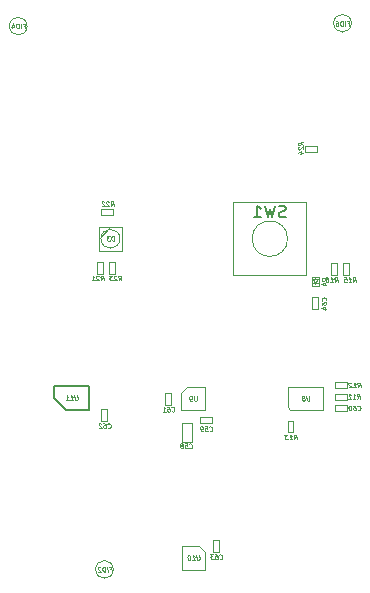
<source format=gbr>
G04 #@! TF.GenerationSoftware,KiCad,Pcbnew,(5.1.8)-1*
G04 #@! TF.CreationDate,2020-11-30T00:12:40+01:00*
G04 #@! TF.ProjectId,generic_node,67656e65-7269-4635-9f6e-6f64652e6b69,1.1*
G04 #@! TF.SameCoordinates,PX510ff40PY6422c40*
G04 #@! TF.FileFunction,Other,Fab,Bot*
%FSLAX46Y46*%
G04 Gerber Fmt 4.6, Leading zero omitted, Abs format (unit mm)*
G04 Created by KiCad (PCBNEW (5.1.8)-1) date 2020-11-30 00:12:40*
%MOMM*%
%LPD*%
G01*
G04 APERTURE LIST*
%ADD10C,0.100000*%
%ADD11C,0.150000*%
%ADD12C,0.120000*%
G04 APERTURE END LIST*
D10*
X-992000Y-13038803D02*
X-992000Y-14538803D01*
X-492000Y-12538803D02*
X-992000Y-13038803D01*
X1008000Y-12538803D02*
X-492000Y-12538803D01*
X1008000Y-14538803D02*
X1008000Y-12538803D01*
X-992000Y-14538803D02*
X1008000Y-14538803D01*
D11*
X-11800000Y-13488803D02*
X-10800000Y-14488803D01*
X-11800000Y-12488803D02*
X-11800000Y-13488803D01*
X-8800000Y-12488803D02*
X-11800000Y-12488803D01*
X-8800000Y-14488803D02*
X-8800000Y-12488803D01*
X-10800000Y-14488803D02*
X-8800000Y-14488803D01*
D10*
X525400Y-26012900D02*
X-974600Y-26012900D01*
X-974600Y-26012900D02*
X-974600Y-28012900D01*
X-974600Y-28012900D02*
X1025400Y-28012900D01*
X1025400Y-28012900D02*
X1025400Y-26512900D01*
X1025400Y-26512900D02*
X525400Y-26012900D01*
D12*
X8012000Y-14227000D02*
X8212000Y-14527000D01*
X11012000Y-14527000D02*
X8212000Y-14527000D01*
X11012000Y-12527000D02*
X11012000Y-14527000D01*
X8012000Y-12527000D02*
X11012000Y-12527000D01*
X8012000Y-14227000D02*
X8012000Y-12527000D01*
D10*
X-8135000Y-1940000D02*
X-8135000Y-2990000D01*
X-7595000Y-1940000D02*
X-8135000Y-1940000D01*
X-7595000Y-2990000D02*
X-7595000Y-1940000D01*
X-8135000Y-2990000D02*
X-7595000Y-2990000D01*
X614000Y-15621000D02*
X1614000Y-15621000D01*
X614000Y-15121000D02*
X614000Y-15621000D01*
X1614000Y-15121000D02*
X614000Y-15121000D01*
X1614000Y-15621000D02*
X1614000Y-15121000D01*
X-930000Y-15580000D02*
X-930000Y-17180000D01*
X-130000Y-15580000D02*
X-930000Y-15580000D01*
X-130000Y-17180000D02*
X-130000Y-15580000D01*
X-930000Y-17180000D02*
X-130000Y-17180000D01*
X12010000Y-14580000D02*
X13010000Y-14580000D01*
X12010000Y-14080000D02*
X12010000Y-14580000D01*
X13010000Y-14080000D02*
X12010000Y-14080000D01*
X13010000Y-14580000D02*
X13010000Y-14080000D01*
X-1845000Y-14059000D02*
X-1845000Y-13059000D01*
X-2345000Y-14059000D02*
X-1845000Y-14059000D01*
X-2345000Y-13059000D02*
X-2345000Y-14059000D01*
X-1845000Y-13059000D02*
X-2345000Y-13059000D01*
X2203000Y-25509000D02*
X1703000Y-25509000D01*
X1703000Y-25509000D02*
X1703000Y-26509000D01*
X1703000Y-26509000D02*
X2203000Y-26509000D01*
X2203000Y-26509000D02*
X2203000Y-25509000D01*
X-7770000Y-15450000D02*
X-7270000Y-15450000D01*
X-7270000Y-15450000D02*
X-7270000Y-14450000D01*
X-7270000Y-14450000D02*
X-7770000Y-14450000D01*
X-7770000Y-14450000D02*
X-7770000Y-15450000D01*
X10100000Y-5950000D02*
X10600000Y-5950000D01*
X10600000Y-5950000D02*
X10600000Y-4950000D01*
X10600000Y-4950000D02*
X10100000Y-4950000D01*
X10100000Y-4950000D02*
X10100000Y-5950000D01*
X13014000Y-13619000D02*
X13014000Y-13119000D01*
X13014000Y-13119000D02*
X12014000Y-13119000D01*
X12014000Y-13119000D02*
X12014000Y-13619000D01*
X12014000Y-13619000D02*
X13014000Y-13619000D01*
X13204000Y-2088000D02*
X12704000Y-2088000D01*
X12704000Y-2088000D02*
X12704000Y-3088000D01*
X12704000Y-3088000D02*
X13204000Y-3088000D01*
X13204000Y-3088000D02*
X13204000Y-2088000D01*
X13000000Y-12650000D02*
X13000000Y-12150000D01*
X13000000Y-12150000D02*
X12000000Y-12150000D01*
X12000000Y-12150000D02*
X12000000Y-12650000D01*
X12000000Y-12650000D02*
X13000000Y-12650000D01*
X9500000Y7350000D02*
X10500000Y7350000D01*
X9500000Y7850000D02*
X9500000Y7350000D01*
X10500000Y7850000D02*
X9500000Y7850000D01*
X10500000Y7350000D02*
X10500000Y7850000D01*
X-7099000Y-2965000D02*
X-6599000Y-2965000D01*
X-6599000Y-2965000D02*
X-6599000Y-1965000D01*
X-6599000Y-1965000D02*
X-7099000Y-1965000D01*
X-7099000Y-1965000D02*
X-7099000Y-2965000D01*
X-6200000Y0D02*
G75*
G03*
X-6200000Y0I-800000J0D01*
G01*
X-8000000Y0D02*
X-7000000Y1000000D01*
X-8000000Y1000000D02*
X-6000000Y1000000D01*
X-6000000Y1000000D02*
X-6000000Y-1000000D01*
X-6000000Y-1000000D02*
X-8000000Y-1000000D01*
X-8000000Y-1000000D02*
X-8000000Y1000000D01*
X8000000Y-16400000D02*
X8500000Y-16400000D01*
X8500000Y-16400000D02*
X8500000Y-15400000D01*
X8500000Y-15400000D02*
X8000000Y-15400000D01*
X8000000Y-15400000D02*
X8000000Y-16400000D01*
X11688000Y-3088000D02*
X12188000Y-3088000D01*
X12188000Y-3088000D02*
X12188000Y-2088000D01*
X12188000Y-2088000D02*
X11688000Y-2088000D01*
X11688000Y-2088000D02*
X11688000Y-3088000D01*
X10050000Y-3200000D02*
X10050000Y-4000000D01*
X10050000Y-4000000D02*
X10650000Y-4000000D01*
X10650000Y-4000000D02*
X10650000Y-3200000D01*
X10650000Y-3200000D02*
X10050000Y-3200000D01*
X10150000Y-3750000D02*
X10550000Y-3750000D01*
X10350000Y-3750000D02*
X10350000Y-3850000D01*
X10350000Y-3750000D02*
X10150000Y-3450000D01*
X10150000Y-3450000D02*
X10550000Y-3450000D01*
X10550000Y-3450000D02*
X10350000Y-3750000D01*
X10350000Y-3450000D02*
X10350000Y-3350000D01*
X-6750000Y-28000000D02*
G75*
G03*
X-6750000Y-28000000I-750000J0D01*
G01*
X-7810000Y2529000D02*
X-7810000Y1989000D01*
X-7810000Y1989000D02*
X-6760000Y1989000D01*
X-6760000Y1989000D02*
X-6760000Y2529000D01*
X-6760000Y2529000D02*
X-7810000Y2529000D01*
X-14050000Y18000000D02*
G75*
G03*
X-14050000Y18000000I-750000J0D01*
G01*
X13400000Y18250000D02*
G75*
G03*
X13400000Y18250000I-750000J0D01*
G01*
X8000000Y0D02*
G75*
G03*
X8000000Y0I-1500000J0D01*
G01*
X3400000Y-3100000D02*
X9600000Y-3100000D01*
X3400000Y3100000D02*
X3400000Y-3100000D01*
X9600000Y3100000D02*
X3400000Y3100000D01*
X9600000Y-3100000D02*
X9600000Y3100000D01*
X312761Y-13319755D02*
X312761Y-13643564D01*
X293714Y-13681660D01*
X274666Y-13700707D01*
X236571Y-13719755D01*
X160380Y-13719755D01*
X122285Y-13700707D01*
X103238Y-13681660D01*
X84190Y-13643564D01*
X84190Y-13319755D01*
X-125334Y-13719755D02*
X-201524Y-13719755D01*
X-239620Y-13700707D01*
X-258667Y-13681660D01*
X-296762Y-13624517D01*
X-315810Y-13548326D01*
X-315810Y-13395945D01*
X-296762Y-13357850D01*
X-277715Y-13338803D01*
X-239620Y-13319755D01*
X-163429Y-13319755D01*
X-125334Y-13338803D01*
X-106286Y-13357850D01*
X-87239Y-13395945D01*
X-87239Y-13491183D01*
X-106286Y-13529279D01*
X-125334Y-13548326D01*
X-163429Y-13567374D01*
X-239620Y-13567374D01*
X-277715Y-13548326D01*
X-296762Y-13529279D01*
X-315810Y-13491183D01*
X-9811518Y-13269755D02*
X-9771042Y-13593564D01*
X-9785328Y-13631660D01*
X-9801995Y-13650707D01*
X-9837709Y-13669755D01*
X-9913899Y-13669755D01*
X-9954375Y-13650707D01*
X-9975804Y-13631660D01*
X-9999614Y-13593564D01*
X-10040090Y-13269755D01*
X-10390090Y-13669755D02*
X-10161518Y-13669755D01*
X-10275804Y-13669755D02*
X-10325804Y-13269755D01*
X-10280566Y-13326898D01*
X-10237709Y-13364993D01*
X-10197233Y-13384041D01*
X-10771042Y-13669755D02*
X-10542471Y-13669755D01*
X-10656756Y-13669755D02*
X-10706756Y-13269755D01*
X-10661518Y-13326898D01*
X-10618661Y-13364993D01*
X-10578185Y-13384041D01*
X513882Y-26793852D02*
X554358Y-27117661D01*
X540072Y-27155757D01*
X523405Y-27174804D01*
X487691Y-27193852D01*
X411501Y-27193852D01*
X371025Y-27174804D01*
X349596Y-27155757D01*
X325786Y-27117661D01*
X285310Y-26793852D01*
X-64690Y-27193852D02*
X163882Y-27193852D01*
X49596Y-27193852D02*
X-404Y-26793852D01*
X44834Y-26850995D01*
X87691Y-26889090D01*
X128167Y-26908138D01*
X-362309Y-26793852D02*
X-400404Y-26793852D01*
X-436118Y-26812900D01*
X-452785Y-26831947D01*
X-467071Y-26870042D01*
X-476595Y-26946233D01*
X-464690Y-27041471D01*
X-436118Y-27117661D01*
X-412309Y-27155757D01*
X-390880Y-27174804D01*
X-350404Y-27193852D01*
X-312309Y-27193852D01*
X-276595Y-27174804D01*
X-259928Y-27155757D01*
X-245642Y-27117661D01*
X-236118Y-27041471D01*
X-248023Y-26946233D01*
X-276595Y-26870042D01*
X-300404Y-26831947D01*
X-321833Y-26812900D01*
X-362309Y-26793852D01*
X9810005Y-13307952D02*
X9850482Y-13631761D01*
X9836196Y-13669857D01*
X9819529Y-13688904D01*
X9783815Y-13707952D01*
X9707625Y-13707952D01*
X9667148Y-13688904D01*
X9645720Y-13669857D01*
X9621910Y-13631761D01*
X9581434Y-13307952D01*
X9355244Y-13479380D02*
X9390958Y-13460333D01*
X9407625Y-13441285D01*
X9421910Y-13403190D01*
X9419529Y-13384142D01*
X9395720Y-13346047D01*
X9374291Y-13327000D01*
X9333815Y-13307952D01*
X9257625Y-13307952D01*
X9221910Y-13327000D01*
X9205244Y-13346047D01*
X9190958Y-13384142D01*
X9193339Y-13403190D01*
X9217148Y-13441285D01*
X9238577Y-13460333D01*
X9279053Y-13479380D01*
X9355244Y-13479380D01*
X9395720Y-13498428D01*
X9417148Y-13517476D01*
X9440958Y-13555571D01*
X9450482Y-13631761D01*
X9436196Y-13669857D01*
X9419529Y-13688904D01*
X9383815Y-13707952D01*
X9307625Y-13707952D01*
X9267148Y-13688904D01*
X9245720Y-13669857D01*
X9221910Y-13631761D01*
X9212386Y-13555571D01*
X9226672Y-13517476D01*
X9243339Y-13498428D01*
X9279053Y-13479380D01*
X-7799614Y-3530952D02*
X-7690090Y-3340476D01*
X-7571042Y-3530952D02*
X-7621042Y-3130952D01*
X-7773423Y-3130952D01*
X-7809137Y-3150000D01*
X-7825804Y-3169047D01*
X-7840090Y-3207142D01*
X-7832947Y-3264285D01*
X-7809137Y-3302380D01*
X-7787709Y-3321428D01*
X-7747233Y-3340476D01*
X-7594852Y-3340476D01*
X-7997233Y-3169047D02*
X-8018661Y-3150000D01*
X-8059137Y-3130952D01*
X-8154375Y-3130952D01*
X-8190090Y-3150000D01*
X-8206756Y-3169047D01*
X-8221042Y-3207142D01*
X-8216280Y-3245238D01*
X-8190090Y-3302380D01*
X-7932947Y-3530952D01*
X-8180566Y-3530952D01*
X-8561518Y-3530952D02*
X-8332947Y-3530952D01*
X-8447233Y-3530952D02*
X-8497233Y-3130952D01*
X-8451995Y-3188095D01*
X-8409137Y-3226190D01*
X-8368661Y-3245238D01*
X1395625Y-16242857D02*
X1417053Y-16261904D01*
X1476577Y-16280952D01*
X1514672Y-16280952D01*
X1569434Y-16261904D01*
X1602767Y-16223809D01*
X1617053Y-16185714D01*
X1626577Y-16109523D01*
X1619434Y-16052380D01*
X1590863Y-15976190D01*
X1567053Y-15938095D01*
X1524196Y-15900000D01*
X1464672Y-15880952D01*
X1426577Y-15880952D01*
X1371815Y-15900000D01*
X1355148Y-15919047D01*
X988482Y-15880952D02*
X1178958Y-15880952D01*
X1221815Y-16071428D01*
X1200386Y-16052380D01*
X1159910Y-16033333D01*
X1064672Y-16033333D01*
X1028958Y-16052380D01*
X1012291Y-16071428D01*
X998005Y-16109523D01*
X1009910Y-16204761D01*
X1033720Y-16242857D01*
X1055148Y-16261904D01*
X1095625Y-16280952D01*
X1190863Y-16280952D01*
X1226577Y-16261904D01*
X1243244Y-16242857D01*
X828958Y-16280952D02*
X752767Y-16280952D01*
X712291Y-16261904D01*
X690863Y-16242857D01*
X645625Y-16185714D01*
X617053Y-16109523D01*
X598005Y-15957142D01*
X612291Y-15919047D01*
X628958Y-15900000D01*
X664672Y-15880952D01*
X740863Y-15880952D01*
X781339Y-15900000D01*
X802767Y-15919047D01*
X826577Y-15957142D01*
X838482Y-16052380D01*
X824196Y-16090476D01*
X807529Y-16109523D01*
X771815Y-16128571D01*
X695625Y-16128571D01*
X655148Y-16109523D01*
X633720Y-16090476D01*
X609910Y-16052380D01*
X-304375Y-17692857D02*
X-282947Y-17711904D01*
X-223423Y-17730952D01*
X-185328Y-17730952D01*
X-130566Y-17711904D01*
X-97233Y-17673809D01*
X-82947Y-17635714D01*
X-73423Y-17559523D01*
X-80566Y-17502380D01*
X-109137Y-17426190D01*
X-132947Y-17388095D01*
X-175804Y-17350000D01*
X-235328Y-17330952D01*
X-273423Y-17330952D01*
X-328185Y-17350000D01*
X-344852Y-17369047D01*
X-711518Y-17330952D02*
X-521042Y-17330952D01*
X-478185Y-17521428D01*
X-499614Y-17502380D01*
X-540090Y-17483333D01*
X-635328Y-17483333D01*
X-671042Y-17502380D01*
X-687709Y-17521428D01*
X-701995Y-17559523D01*
X-690090Y-17654761D01*
X-666280Y-17692857D01*
X-644852Y-17711904D01*
X-604375Y-17730952D01*
X-509137Y-17730952D01*
X-473423Y-17711904D01*
X-456756Y-17692857D01*
X-937709Y-17502380D02*
X-901995Y-17483333D01*
X-885328Y-17464285D01*
X-871042Y-17426190D01*
X-873423Y-17407142D01*
X-897233Y-17369047D01*
X-918661Y-17350000D01*
X-959137Y-17330952D01*
X-1035328Y-17330952D01*
X-1071042Y-17350000D01*
X-1087709Y-17369047D01*
X-1101995Y-17407142D01*
X-1099614Y-17426190D01*
X-1075804Y-17464285D01*
X-1054375Y-17483333D01*
X-1013899Y-17502380D01*
X-937709Y-17502380D01*
X-897233Y-17521428D01*
X-875804Y-17540476D01*
X-851995Y-17578571D01*
X-842471Y-17654761D01*
X-856756Y-17692857D01*
X-873423Y-17711904D01*
X-909137Y-17730952D01*
X-985328Y-17730952D01*
X-1025804Y-17711904D01*
X-1047233Y-17692857D01*
X-1071042Y-17654761D01*
X-1080566Y-17578571D01*
X-1066280Y-17540476D01*
X-1049614Y-17521428D01*
X-1013899Y-17502380D01*
X13945625Y-14492857D02*
X13967053Y-14511904D01*
X14026577Y-14530952D01*
X14064672Y-14530952D01*
X14119434Y-14511904D01*
X14152767Y-14473809D01*
X14167053Y-14435714D01*
X14176577Y-14359523D01*
X14169434Y-14302380D01*
X14140863Y-14226190D01*
X14117053Y-14188095D01*
X14074196Y-14150000D01*
X14014672Y-14130952D01*
X13976577Y-14130952D01*
X13921815Y-14150000D01*
X13905148Y-14169047D01*
X13557529Y-14130952D02*
X13633720Y-14130952D01*
X13674196Y-14150000D01*
X13695625Y-14169047D01*
X13740863Y-14226190D01*
X13769434Y-14302380D01*
X13788482Y-14454761D01*
X13774196Y-14492857D01*
X13757529Y-14511904D01*
X13721815Y-14530952D01*
X13645625Y-14530952D01*
X13605148Y-14511904D01*
X13583720Y-14492857D01*
X13559910Y-14454761D01*
X13548005Y-14359523D01*
X13562291Y-14321428D01*
X13578958Y-14302380D01*
X13614672Y-14283333D01*
X13690863Y-14283333D01*
X13731339Y-14302380D01*
X13752767Y-14321428D01*
X13776577Y-14359523D01*
X13271815Y-14130952D02*
X13233720Y-14130952D01*
X13198005Y-14150000D01*
X13181339Y-14169047D01*
X13167053Y-14207142D01*
X13157529Y-14283333D01*
X13169434Y-14378571D01*
X13198005Y-14454761D01*
X13221815Y-14492857D01*
X13243244Y-14511904D01*
X13283720Y-14530952D01*
X13321815Y-14530952D01*
X13357529Y-14511904D01*
X13374196Y-14492857D01*
X13388482Y-14454761D01*
X13398005Y-14378571D01*
X13386101Y-14283333D01*
X13357529Y-14207142D01*
X13333720Y-14169047D01*
X13312291Y-14150000D01*
X13271815Y-14130952D01*
X-1804375Y-14592857D02*
X-1782947Y-14611904D01*
X-1723423Y-14630952D01*
X-1685328Y-14630952D01*
X-1630566Y-14611904D01*
X-1597233Y-14573809D01*
X-1582947Y-14535714D01*
X-1573423Y-14459523D01*
X-1580566Y-14402380D01*
X-1609137Y-14326190D01*
X-1632947Y-14288095D01*
X-1675804Y-14250000D01*
X-1735328Y-14230952D01*
X-1773423Y-14230952D01*
X-1828185Y-14250000D01*
X-1844852Y-14269047D01*
X-2192471Y-14230952D02*
X-2116280Y-14230952D01*
X-2075804Y-14250000D01*
X-2054375Y-14269047D01*
X-2009137Y-14326190D01*
X-1980566Y-14402380D01*
X-1961518Y-14554761D01*
X-1975804Y-14592857D01*
X-1992471Y-14611904D01*
X-2028185Y-14630952D01*
X-2104375Y-14630952D01*
X-2144852Y-14611904D01*
X-2166280Y-14592857D01*
X-2190090Y-14554761D01*
X-2201995Y-14459523D01*
X-2187709Y-14421428D01*
X-2171042Y-14402380D01*
X-2135328Y-14383333D01*
X-2059137Y-14383333D01*
X-2018661Y-14402380D01*
X-1997233Y-14421428D01*
X-1973423Y-14459523D01*
X-2561518Y-14630952D02*
X-2332947Y-14630952D01*
X-2447233Y-14630952D02*
X-2497233Y-14230952D01*
X-2451995Y-14288095D01*
X-2409137Y-14326190D01*
X-2368661Y-14345238D01*
X2248625Y-27092857D02*
X2270053Y-27111904D01*
X2329577Y-27130952D01*
X2367672Y-27130952D01*
X2422434Y-27111904D01*
X2455767Y-27073809D01*
X2470053Y-27035714D01*
X2479577Y-26959523D01*
X2472434Y-26902380D01*
X2443863Y-26826190D01*
X2420053Y-26788095D01*
X2377196Y-26750000D01*
X2317672Y-26730952D01*
X2279577Y-26730952D01*
X2224815Y-26750000D01*
X2208148Y-26769047D01*
X1860529Y-26730952D02*
X1936720Y-26730952D01*
X1977196Y-26750000D01*
X1998625Y-26769047D01*
X2043863Y-26826190D01*
X2072434Y-26902380D01*
X2091482Y-27054761D01*
X2077196Y-27092857D01*
X2060529Y-27111904D01*
X2024815Y-27130952D01*
X1948625Y-27130952D01*
X1908148Y-27111904D01*
X1886720Y-27092857D01*
X1862910Y-27054761D01*
X1851005Y-26959523D01*
X1865291Y-26921428D01*
X1881958Y-26902380D01*
X1917672Y-26883333D01*
X1993863Y-26883333D01*
X2034339Y-26902380D01*
X2055767Y-26921428D01*
X2079577Y-26959523D01*
X1689101Y-26730952D02*
X1441482Y-26730952D01*
X1593863Y-26883333D01*
X1536720Y-26883333D01*
X1501005Y-26902380D01*
X1484339Y-26921428D01*
X1470053Y-26959523D01*
X1481958Y-27054761D01*
X1505767Y-27092857D01*
X1527196Y-27111904D01*
X1567672Y-27130952D01*
X1681958Y-27130952D01*
X1717672Y-27111904D01*
X1734339Y-27092857D01*
X-7204375Y-15992857D02*
X-7182947Y-16011904D01*
X-7123423Y-16030952D01*
X-7085328Y-16030952D01*
X-7030566Y-16011904D01*
X-6997233Y-15973809D01*
X-6982947Y-15935714D01*
X-6973423Y-15859523D01*
X-6980566Y-15802380D01*
X-7009137Y-15726190D01*
X-7032947Y-15688095D01*
X-7075804Y-15650000D01*
X-7135328Y-15630952D01*
X-7173423Y-15630952D01*
X-7228185Y-15650000D01*
X-7244852Y-15669047D01*
X-7592471Y-15630952D02*
X-7516280Y-15630952D01*
X-7475804Y-15650000D01*
X-7454375Y-15669047D01*
X-7409137Y-15726190D01*
X-7380566Y-15802380D01*
X-7361518Y-15954761D01*
X-7375804Y-15992857D01*
X-7392471Y-16011904D01*
X-7428185Y-16030952D01*
X-7504375Y-16030952D01*
X-7544852Y-16011904D01*
X-7566280Y-15992857D01*
X-7590090Y-15954761D01*
X-7601995Y-15859523D01*
X-7587709Y-15821428D01*
X-7571042Y-15802380D01*
X-7535328Y-15783333D01*
X-7459137Y-15783333D01*
X-7418661Y-15802380D01*
X-7397233Y-15821428D01*
X-7373423Y-15859523D01*
X-7778185Y-15669047D02*
X-7799614Y-15650000D01*
X-7840090Y-15630952D01*
X-7935328Y-15630952D01*
X-7971042Y-15650000D01*
X-7987709Y-15669047D01*
X-8001995Y-15707142D01*
X-7997233Y-15745238D01*
X-7971042Y-15802380D01*
X-7713899Y-16030952D01*
X-7961518Y-16030952D01*
X11242857Y-5204375D02*
X11261904Y-5182946D01*
X11280952Y-5123422D01*
X11280952Y-5085327D01*
X11261904Y-5030565D01*
X11223809Y-4997232D01*
X11185714Y-4982946D01*
X11109523Y-4973422D01*
X11052380Y-4980565D01*
X10976190Y-5009136D01*
X10938095Y-5032946D01*
X10900000Y-5075803D01*
X10880952Y-5135327D01*
X10880952Y-5173422D01*
X10900000Y-5228184D01*
X10919047Y-5244851D01*
X10880952Y-5592470D02*
X10880952Y-5516279D01*
X10900000Y-5475803D01*
X10919047Y-5454375D01*
X10976190Y-5409136D01*
X11052380Y-5380565D01*
X11204761Y-5361517D01*
X11242857Y-5375803D01*
X11261904Y-5392470D01*
X11280952Y-5428184D01*
X11280952Y-5504375D01*
X11261904Y-5544851D01*
X11242857Y-5566279D01*
X11204761Y-5590089D01*
X11109523Y-5601994D01*
X11071428Y-5587708D01*
X11052380Y-5571041D01*
X11033333Y-5535327D01*
X11033333Y-5459136D01*
X11052380Y-5418660D01*
X11071428Y-5397232D01*
X11109523Y-5373422D01*
X11014285Y-5956755D02*
X11280952Y-5923422D01*
X10861904Y-5880565D02*
X11147619Y-5749613D01*
X11147619Y-5997232D01*
X13900386Y-13530952D02*
X14009910Y-13340476D01*
X14128958Y-13530952D02*
X14078958Y-13130952D01*
X13926577Y-13130952D01*
X13890863Y-13150000D01*
X13874196Y-13169047D01*
X13859910Y-13207142D01*
X13867053Y-13264285D01*
X13890863Y-13302380D01*
X13912291Y-13321428D01*
X13952767Y-13340476D01*
X14105148Y-13340476D01*
X13519434Y-13530952D02*
X13748005Y-13530952D01*
X13633720Y-13530952D02*
X13583720Y-13130952D01*
X13628958Y-13188095D01*
X13671815Y-13226190D01*
X13712291Y-13245238D01*
X13138482Y-13530952D02*
X13367053Y-13530952D01*
X13252767Y-13530952D02*
X13202767Y-13130952D01*
X13248005Y-13188095D01*
X13290863Y-13226190D01*
X13331339Y-13245238D01*
X13550386Y-3680952D02*
X13659910Y-3490476D01*
X13778958Y-3680952D02*
X13728958Y-3280952D01*
X13576577Y-3280952D01*
X13540863Y-3300000D01*
X13524196Y-3319047D01*
X13509910Y-3357142D01*
X13517053Y-3414285D01*
X13540863Y-3452380D01*
X13562291Y-3471428D01*
X13602767Y-3490476D01*
X13755148Y-3490476D01*
X13169434Y-3680952D02*
X13398005Y-3680952D01*
X13283720Y-3680952D02*
X13233720Y-3280952D01*
X13278958Y-3338095D01*
X13321815Y-3376190D01*
X13362291Y-3395238D01*
X12757529Y-3280952D02*
X12948005Y-3280952D01*
X12990863Y-3471428D01*
X12969434Y-3452380D01*
X12928958Y-3433333D01*
X12833720Y-3433333D01*
X12798005Y-3452380D01*
X12781339Y-3471428D01*
X12767053Y-3509523D01*
X12778958Y-3604761D01*
X12802767Y-3642857D01*
X12824196Y-3661904D01*
X12864672Y-3680952D01*
X12959910Y-3680952D01*
X12995625Y-3661904D01*
X13012291Y-3642857D01*
X13950386Y-12580952D02*
X14059910Y-12390476D01*
X14178958Y-12580952D02*
X14128958Y-12180952D01*
X13976577Y-12180952D01*
X13940863Y-12200000D01*
X13924196Y-12219047D01*
X13909910Y-12257142D01*
X13917053Y-12314285D01*
X13940863Y-12352380D01*
X13962291Y-12371428D01*
X14002767Y-12390476D01*
X14155148Y-12390476D01*
X13569434Y-12580952D02*
X13798005Y-12580952D01*
X13683720Y-12580952D02*
X13633720Y-12180952D01*
X13678958Y-12238095D01*
X13721815Y-12276190D01*
X13762291Y-12295238D01*
X13371815Y-12219047D02*
X13350386Y-12200000D01*
X13309910Y-12180952D01*
X13214672Y-12180952D01*
X13178958Y-12200000D01*
X13162291Y-12219047D01*
X13148005Y-12257142D01*
X13152767Y-12295238D01*
X13178958Y-12352380D01*
X13436101Y-12580952D01*
X13188482Y-12580952D01*
X9290952Y7960387D02*
X9100476Y8069911D01*
X9290952Y8188959D02*
X8890952Y8138959D01*
X8890952Y7986578D01*
X8910000Y7950864D01*
X8929047Y7934197D01*
X8967142Y7919911D01*
X9024285Y7927054D01*
X9062380Y7950864D01*
X9081428Y7972292D01*
X9100476Y8012768D01*
X9100476Y8165149D01*
X8929047Y7762768D02*
X8910000Y7741340D01*
X8890952Y7700864D01*
X8890952Y7605625D01*
X8910000Y7569911D01*
X8929047Y7553245D01*
X8967142Y7538959D01*
X9005238Y7543721D01*
X9062380Y7569911D01*
X9290952Y7827054D01*
X9290952Y7579435D01*
X9024285Y7203245D02*
X9290952Y7236578D01*
X8871904Y7279435D02*
X9157619Y7410387D01*
X9157619Y7162768D01*
X-6299614Y-3530952D02*
X-6190090Y-3340476D01*
X-6071042Y-3530952D02*
X-6121042Y-3130952D01*
X-6273423Y-3130952D01*
X-6309137Y-3150000D01*
X-6325804Y-3169047D01*
X-6340090Y-3207142D01*
X-6332947Y-3264285D01*
X-6309137Y-3302380D01*
X-6287709Y-3321428D01*
X-6247233Y-3340476D01*
X-6094852Y-3340476D01*
X-6497233Y-3169047D02*
X-6518661Y-3150000D01*
X-6559137Y-3130952D01*
X-6654375Y-3130952D01*
X-6690090Y-3150000D01*
X-6706756Y-3169047D01*
X-6721042Y-3207142D01*
X-6716280Y-3245238D01*
X-6690090Y-3302380D01*
X-6432947Y-3530952D01*
X-6680566Y-3530952D01*
X-6863899Y-3130952D02*
X-7111518Y-3130952D01*
X-6959137Y-3283333D01*
X-7016280Y-3283333D01*
X-7051995Y-3302380D01*
X-7068661Y-3321428D01*
X-7082947Y-3359523D01*
X-7071042Y-3454761D01*
X-7047233Y-3492857D01*
X-7025804Y-3511904D01*
X-6985328Y-3530952D01*
X-6871042Y-3530952D01*
X-6835328Y-3511904D01*
X-6818661Y-3492857D01*
X-6661518Y-180952D02*
X-6711518Y219048D01*
X-6806756Y219048D01*
X-6861518Y200000D01*
X-6894852Y161905D01*
X-6909137Y123810D01*
X-6918661Y47620D01*
X-6911518Y-9523D01*
X-6882947Y-85714D01*
X-6859137Y-123809D01*
X-6816280Y-161904D01*
X-6756756Y-180952D01*
X-6661518Y-180952D01*
X-7073423Y219048D02*
X-7321042Y219048D01*
X-7168661Y66667D01*
X-7225804Y66667D01*
X-7261518Y47620D01*
X-7278185Y28572D01*
X-7292471Y-9523D01*
X-7280566Y-104761D01*
X-7256756Y-142857D01*
X-7235328Y-161904D01*
X-7194852Y-180952D01*
X-7080566Y-180952D01*
X-7044852Y-161904D01*
X-7028185Y-142857D01*
X8550386Y-16980952D02*
X8659910Y-16790476D01*
X8778958Y-16980952D02*
X8728958Y-16580952D01*
X8576577Y-16580952D01*
X8540863Y-16600000D01*
X8524196Y-16619047D01*
X8509910Y-16657142D01*
X8517053Y-16714285D01*
X8540863Y-16752380D01*
X8562291Y-16771428D01*
X8602767Y-16790476D01*
X8755148Y-16790476D01*
X8169434Y-16980952D02*
X8398005Y-16980952D01*
X8283720Y-16980952D02*
X8233720Y-16580952D01*
X8278958Y-16638095D01*
X8321815Y-16676190D01*
X8362291Y-16695238D01*
X7986101Y-16580952D02*
X7738482Y-16580952D01*
X7890863Y-16733333D01*
X7833720Y-16733333D01*
X7798005Y-16752380D01*
X7781339Y-16771428D01*
X7767053Y-16809523D01*
X7778958Y-16904761D01*
X7802767Y-16942857D01*
X7824196Y-16961904D01*
X7864672Y-16980952D01*
X7978958Y-16980952D01*
X8014672Y-16961904D01*
X8031339Y-16942857D01*
X12000386Y-3680952D02*
X12109910Y-3490476D01*
X12228958Y-3680952D02*
X12178958Y-3280952D01*
X12026577Y-3280952D01*
X11990863Y-3300000D01*
X11974196Y-3319047D01*
X11959910Y-3357142D01*
X11967053Y-3414285D01*
X11990863Y-3452380D01*
X12012291Y-3471428D01*
X12052767Y-3490476D01*
X12205148Y-3490476D01*
X11619434Y-3680952D02*
X11848005Y-3680952D01*
X11733720Y-3680952D02*
X11683720Y-3280952D01*
X11728958Y-3338095D01*
X11771815Y-3376190D01*
X11812291Y-3395238D01*
X11362291Y-3452380D02*
X11398005Y-3433333D01*
X11414672Y-3414285D01*
X11428958Y-3376190D01*
X11426577Y-3357142D01*
X11402767Y-3319047D01*
X11381339Y-3300000D01*
X11340863Y-3280952D01*
X11264672Y-3280952D01*
X11228958Y-3300000D01*
X11212291Y-3319047D01*
X11198005Y-3357142D01*
X11200386Y-3376190D01*
X11224196Y-3414285D01*
X11245625Y-3433333D01*
X11286101Y-3452380D01*
X11362291Y-3452380D01*
X11402767Y-3471428D01*
X11424196Y-3490476D01*
X11448005Y-3528571D01*
X11457529Y-3604761D01*
X11443244Y-3642857D01*
X11426577Y-3661904D01*
X11390863Y-3680952D01*
X11314672Y-3680952D01*
X11274196Y-3661904D01*
X11252767Y-3642857D01*
X11228958Y-3604761D01*
X11219434Y-3528571D01*
X11233720Y-3490476D01*
X11250386Y-3471428D01*
X11286101Y-3452380D01*
X11280952Y-3311517D02*
X10880952Y-3361517D01*
X10880952Y-3456755D01*
X10900000Y-3511517D01*
X10938095Y-3544851D01*
X10976190Y-3559136D01*
X11052380Y-3568660D01*
X11109523Y-3561517D01*
X11185714Y-3532946D01*
X11223809Y-3509136D01*
X11261904Y-3466279D01*
X11280952Y-3406755D01*
X11280952Y-3311517D01*
X11014285Y-3916279D02*
X11280952Y-3882946D01*
X10861904Y-3840089D02*
X11147619Y-3709136D01*
X11147619Y-3956755D01*
X-7054375Y-27971428D02*
X-6921042Y-27971428D01*
X-6894852Y-28180952D02*
X-6944852Y-27780952D01*
X-7135328Y-27780952D01*
X-7237709Y-28180952D02*
X-7287709Y-27780952D01*
X-7428185Y-28180952D02*
X-7478185Y-27780952D01*
X-7573423Y-27780952D01*
X-7628185Y-27800000D01*
X-7661518Y-27838095D01*
X-7675804Y-27876190D01*
X-7685328Y-27952380D01*
X-7678185Y-28009523D01*
X-7649614Y-28085714D01*
X-7625804Y-28123809D01*
X-7582947Y-28161904D01*
X-7523423Y-28180952D01*
X-7428185Y-28180952D01*
X-7854375Y-27819047D02*
X-7875804Y-27800000D01*
X-7916280Y-27780952D01*
X-8011518Y-27780952D01*
X-8047233Y-27800000D01*
X-8063899Y-27819047D01*
X-8078185Y-27857142D01*
X-8073423Y-27895238D01*
X-8047233Y-27952380D01*
X-7790090Y-28180952D01*
X-8037709Y-28180952D01*
X-6949614Y2769048D02*
X-6840090Y2959524D01*
X-6721042Y2769048D02*
X-6771042Y3169048D01*
X-6923423Y3169048D01*
X-6959137Y3150000D01*
X-6975804Y3130953D01*
X-6990090Y3092858D01*
X-6982947Y3035715D01*
X-6959137Y2997620D01*
X-6937709Y2978572D01*
X-6897233Y2959524D01*
X-6744852Y2959524D01*
X-7147233Y3130953D02*
X-7168661Y3150000D01*
X-7209137Y3169048D01*
X-7304375Y3169048D01*
X-7340090Y3150000D01*
X-7356756Y3130953D01*
X-7371042Y3092858D01*
X-7366280Y3054762D01*
X-7340090Y2997620D01*
X-7082947Y2769048D01*
X-7330566Y2769048D01*
X-7528185Y3130953D02*
X-7549614Y3150000D01*
X-7590090Y3169048D01*
X-7685328Y3169048D01*
X-7721042Y3150000D01*
X-7737709Y3130953D01*
X-7751995Y3092858D01*
X-7747233Y3054762D01*
X-7721042Y2997620D01*
X-7463899Y2769048D01*
X-7711518Y2769048D01*
X-14354375Y18028572D02*
X-14221042Y18028572D01*
X-14194852Y17819048D02*
X-14244852Y18219048D01*
X-14435328Y18219048D01*
X-14537709Y17819048D02*
X-14587709Y18219048D01*
X-14728185Y17819048D02*
X-14778185Y18219048D01*
X-14873423Y18219048D01*
X-14928185Y18200000D01*
X-14961518Y18161905D01*
X-14975804Y18123810D01*
X-14985328Y18047620D01*
X-14978185Y17990477D01*
X-14949614Y17914286D01*
X-14925804Y17876191D01*
X-14882947Y17838096D01*
X-14823423Y17819048D01*
X-14728185Y17819048D01*
X-15332947Y18085715D02*
X-15299614Y17819048D01*
X-15256756Y18238096D02*
X-15125804Y17952381D01*
X-15373423Y17952381D01*
X13078571Y18228572D02*
X13211904Y18228572D01*
X13211904Y18019048D02*
X13211904Y18419048D01*
X13021428Y18419048D01*
X12869047Y18019048D02*
X12869047Y18419048D01*
X12678571Y18019048D02*
X12678571Y18419048D01*
X12583333Y18419048D01*
X12526190Y18400000D01*
X12488095Y18361905D01*
X12469047Y18323810D01*
X12450000Y18247620D01*
X12450000Y18190477D01*
X12469047Y18114286D01*
X12488095Y18076191D01*
X12526190Y18038096D01*
X12583333Y18019048D01*
X12678571Y18019048D01*
X12107142Y18419048D02*
X12183333Y18419048D01*
X12221428Y18400000D01*
X12240476Y18380953D01*
X12278571Y18323810D01*
X12297619Y18247620D01*
X12297619Y18095239D01*
X12278571Y18057143D01*
X12259523Y18038096D01*
X12221428Y18019048D01*
X12145238Y18019048D01*
X12107142Y18038096D01*
X12088095Y18057143D01*
X12069047Y18095239D01*
X12069047Y18190477D01*
X12088095Y18228572D01*
X12107142Y18247620D01*
X12145238Y18266667D01*
X12221428Y18266667D01*
X12259523Y18247620D01*
X12278571Y18228572D01*
X12297619Y18190477D01*
D11*
X7833333Y1845239D02*
X7690476Y1797620D01*
X7452380Y1797620D01*
X7357142Y1845239D01*
X7309523Y1892858D01*
X7261904Y1988096D01*
X7261904Y2083334D01*
X7309523Y2178572D01*
X7357142Y2226191D01*
X7452380Y2273810D01*
X7642857Y2321429D01*
X7738095Y2369048D01*
X7785714Y2416667D01*
X7833333Y2511905D01*
X7833333Y2607143D01*
X7785714Y2702381D01*
X7738095Y2750000D01*
X7642857Y2797620D01*
X7404761Y2797620D01*
X7261904Y2750000D01*
X6928571Y2797620D02*
X6690476Y1797620D01*
X6500000Y2511905D01*
X6309523Y1797620D01*
X6071428Y2797620D01*
X5166666Y1797620D02*
X5738095Y1797620D01*
X5452380Y1797620D02*
X5452380Y2797620D01*
X5547619Y2654762D01*
X5642857Y2559524D01*
X5738095Y2511905D01*
M02*

</source>
